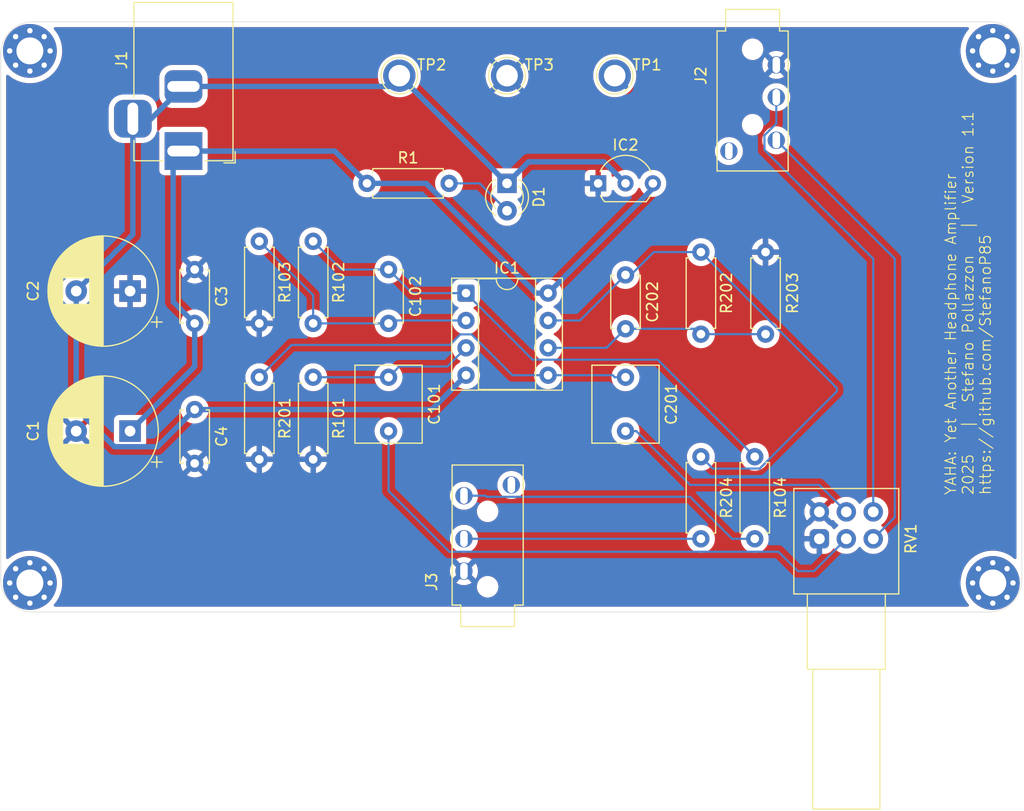
<source format=kicad_pcb>
(kicad_pcb (version 20241229) (generator "pcbnew") (generator_version "9.0")
  (title_block (title "YAHA (Yet Another Headphone Amplifier) by SPollazzon") (date "2025-02-20"))
  (layers (0 "F.Cu" signal) (2 "B.Cu" signal) (13 "F.Paste" user) (15 "B.Paste" user) (5 "F.SilkS" user "F.Silkscreen") (7 "B.SilkS" user "B.Silkscreen") (1 "F.Mask" user) (3 "B.Mask" user) (25 "Edge.Cuts" user))
  (net 0 "")
  (net 1 "GND")
  (net 2 "+VDC")
  (net 3 "-VDC")
  (net 4 "Net-(IC1A-+)")
  (net 5 "Net-(C101-Pad2)")
  (net 6 "Net-(C102-Pad1)")
  (net 7 "Net-(C201-Pad2)")
  (net 8 "Net-(IC1B-+)")
  (net 9 "Net-(C202-Pad1)")
  (net 10 "Net-(D1-A)")
  (net 11 "Net-(IC1B--)")
  (net 12 "Net-(IC1A--)")
  (net 14 "Rout")
  (net 15 "Lout")
  (net 16 "Rin")
  (net 17 "Lin")
  (footprint "MountingHole:MountingHole_2.5mm_Pad_Via" (layer "F.Cu") (at 102.7 152.1)
    (property "Reference" "H4" (hide yes))
    (property "Value" "MountingHole_Pad" (hide yes))
    (pad "1" thru_hole circle (at -1.875 0) (size 0.8 0.8) (drill 0.5) (layers "*.Cu" "*.Mask"))
    (pad "1" thru_hole circle (at -1.325825 -1.325825) (size 0.8 0.8) (drill 0.5) (layers "*.Cu" "*.Mask"))
    (pad "1" thru_hole circle (at -1.325825 1.325825) (size 0.8 0.8) (drill 0.5) (layers "*.Cu" "*.Mask"))
    (pad "1" thru_hole circle (at 0 -1.875) (size 0.8 0.8) (drill 0.5) (layers "*.Cu" "*.Mask"))
    (pad "1" thru_hole circle (at 0 0) (size 5 5) (drill 2.5) (layers "*.Cu" "*.Mask"))
    (pad "1" thru_hole circle (at 0 1.875) (size 0.8 0.8) (drill 0.5) (layers "*.Cu" "*.Mask"))
    (pad "1" thru_hole circle (at 1.325825 -1.325825) (size 0.8 0.8) (drill 0.5) (layers "*.Cu" "*.Mask"))
    (pad "1" thru_hole circle (at 1.325825 1.325825) (size 0.8 0.8) (drill 0.5) (layers "*.Cu" "*.Mask"))
    (pad "1" thru_hole circle (at 1.875 0) (size 0.8 0.8) (drill 0.5) (layers "*.Cu" "*.Mask"))
  )
  (footprint "TestPoint:TestPoint_Plated_Hole_D2.0mm" (layer "F.Cu") (at 137 105)
    (property "Reference" "TP2" (at 3 -1 0) (layer "F.SilkS"))
    (property "Value" "-V")
    (pad "1" thru_hole circle (at 0 0) (size 3 3) (drill 2) (layers "*.Cu" "*.Mask") (net 3 "-VDC"))
  )
  (footprint "Capacitor_THT:C_Disc_D4.7mm_W2.5mm_P5.00mm" (layer "F.Cu") (at 118 136 -90)
    (property "Reference" "C4" (at 2.5 -2.5 90) (layer "F.SilkS"))
    (property "Value" "100n" (hide yes))
    (pad "1" thru_hole circle (at 0 0 270) (size 1.6 1.6) (drill 0.8) (layers "*.Cu" "*.Mask") (net 3 "-VDC"))
    (pad "2" thru_hole circle (at 5 0 270) (size 1.6 1.6) (drill 0.8) (layers "*.Cu" "*.Mask") (net 1 "GND"))
  )
  (footprint "Package_DIP:DIP-8_W7.62mm_Socket" (layer "F.Cu") (at 143.19 125.19)
    (property "Reference" "IC1" (at 3.81 -2.33 0) (layer "F.SilkS"))
    (property "Value" "OPA2134" (hide yes))
    (pad "1" thru_hole roundrect (at 0 0) (size 1.6 1.6) (drill 0.8) (layers "*.Cu" "*.Mask") (roundrect_rratio 0.15625) (net 6 "Net-(C102-Pad1)"))
    (pad "2" thru_hole circle (at 0 2.54) (size 1.6 1.6) (drill 0.8) (layers "*.Cu" "*.Mask") (net 12 "Net-(IC1A--)"))
    (pad "3" thru_hole circle (at 0 5.08) (size 1.6 1.6) (drill 0.8) (layers "*.Cu" "*.Mask") (net 4 "Net-(IC1A-+)"))
    (pad "4" thru_hole circle (at 0 7.62) (size 1.6 1.6) (drill 0.8) (layers "*.Cu" "*.Mask") (net 3 "-VDC"))
    (pad "5" thru_hole circle (at 7.62 7.62) (size 1.6 1.6) (drill 0.8) (layers "*.Cu" "*.Mask") (net 8 "Net-(IC1B-+)"))
    (pad "6" thru_hole circle (at 7.62 5.08) (size 1.6 1.6) (drill 0.8) (layers "*.Cu" "*.Mask") (net 11 "Net-(IC1B--)"))
    (pad "7" thru_hole circle (at 7.62 2.54) (size 1.6 1.6) (drill 0.8) (layers "*.Cu" "*.Mask") (net 9 "Net-(C202-Pad1)"))
    (pad "8" thru_hole circle (at 7.62 0) (size 1.6 1.6) (drill 0.8) (layers "*.Cu" "*.Mask") (net 2 "+VDC"))
  )
  (footprint "Package_TO_SOT_THT:TO-92L_Inline_Wide" (layer "F.Cu") (at 155.46 115)
    (property "Reference" "IC2" (at 2.54 -3.56 0) (layer "F.SilkS"))
    (property "Value" "TLE2426xLP")
    (pad "1" thru_hole rect (at 0 0) (size 1.5 1.5) (drill 0.8) (layers "*.Cu" "*.Mask") (net 1 "GND"))
    (pad "2" thru_hole circle (at 2.54 0) (size 1.5 1.5) (drill 0.8) (layers "*.Cu" "*.Mask") (net 3 "-VDC"))
    (pad "3" thru_hole circle (at 5.08 0) (size 1.5 1.5) (drill 0.8) (layers "*.Cu" "*.Mask") (net 2 "+VDC"))
  )
  (footprint "Capacitor_THT:C_Rect_L7.0mm_W6.0mm_P5.00mm" (layer "F.Cu") (at 158 133 -90)
    (property "Reference" "C201" (at 2.5 -4.25 90) (layer "F.SilkS"))
    (property "Value" "2.2µ" (hide yes))
    (pad "1" thru_hole circle (at 0 0 270) (size 1.6 1.6) (drill 0.8) (layers "*.Cu" "*.Mask") (net 8 "Net-(IC1B-+)"))
    (pad "2" thru_hole circle (at 5 0 270) (size 1.6 1.6) (drill 0.8) (layers "*.Cu" "*.Mask") (net 7 "Net-(C201-Pad2)"))
  )
  (footprint "Resistor_THT:R_Axial_DIN0207_L6.3mm_D2.5mm_P7.62mm_Horizontal" (layer "F.Cu") (at 129 120.38 -90)
    (property "Reference" "R102" (at 3.81 -2.37 90) (layer "F.SilkS"))
    (property "Value" "4K7" (hide yes))
    (pad "1" thru_hole circle (at 0 0 270) (size 1.6 1.6) (drill 0.8) (layers "*.Cu" "*.Mask") (net 6 "Net-(C102-Pad1)"))
    (pad "2" thru_hole oval (at 7.62 0 270) (size 1.6 1.6) (drill 0.8) (layers "*.Cu" "*.Mask") (net 12 "Net-(IC1A--)"))
  )
  (footprint "Capacitor_THT:CP_Radial_D10.0mm_P5.00mm" (layer "F.Cu") (at 112 138 180)
    (property "Reference" "C1" (at 9 0 270) (layer "F.SilkS"))
    (property "Value" "470µ" (hide yes))
    (pad "1" thru_hole rect (at 0 0 180) (size 2 2) (drill 1) (layers "*.Cu" "*.Mask") (net 2 "+VDC"))
    (pad "2" thru_hole circle (at 5 0 180) (size 2 2) (drill 1) (layers "*.Cu" "*.Mask") (net 1 "GND"))
  )
  (footprint "Capacitor_THT:CP_Radial_D10.0mm_P5.00mm" (layer "F.Cu") (at 112 125 180)
    (property "Reference" "C2" (at 9 0 270) (layer "F.SilkS"))
    (property "Value" "470µ" (hide yes))
    (pad "1" thru_hole rect (at 0 0 180) (size 2 2) (drill 1) (layers "*.Cu" "*.Mask") (net 1 "GND"))
    (pad "2" thru_hole circle (at 5 0 180) (size 2 2) (drill 1) (layers "*.Cu" "*.Mask") (net 3 "-VDC"))
  )
  (footprint "Resistor_THT:R_Axial_DIN0207_L6.3mm_D2.5mm_P7.62mm_Horizontal" (layer "F.Cu") (at 129 133 -90)
    (property "Reference" "R101" (at 3.81 -2.37 90) (layer "F.SilkS"))
    (property "Value" "1M" (hide yes))
    (pad "1" thru_hole circle (at 0 0 270) (size 1.6 1.6) (drill 0.8) (layers "*.Cu" "*.Mask") (net 4 "Net-(IC1A-+)"))
    (pad "2" thru_hole oval (at 7.62 0 270) (size 1.6 1.6) (drill 0.8) (layers "*.Cu" "*.Mask") (net 1 "GND"))
  )
  (footprint "MountingHole:MountingHole_2.5mm_Pad_Via" (layer "F.Cu") (at 102.7 102.7)
    (property "Reference" "H1" (hide yes))
    (property "Value" "MountingHole_Pad" (hide yes))
    (pad "1" thru_hole circle (at -1.875 0) (size 0.8 0.8) (drill 0.5) (layers "*.Cu" "*.Mask"))
    (pad "1" thru_hole circle (at -1.325825 -1.325825) (size 0.8 0.8) (drill 0.5) (layers "*.Cu" "*.Mask"))
    (pad "1" thru_hole circle (at -1.325825 1.325825) (size 0.8 0.8) (drill 0.5) (layers "*.Cu" "*.Mask"))
    (pad "1" thru_hole circle (at 0 -1.875) (size 0.8 0.8) (drill 0.5) (layers "*.Cu" "*.Mask"))
    (pad "1" thru_hole circle (at 0 0) (size 5 5) (drill 2.5) (layers "*.Cu" "*.Mask"))
    (pad "1" thru_hole circle (at 0 1.875) (size 0.8 0.8) (drill 0.5) (layers "*.Cu" "*.Mask"))
    (pad "1" thru_hole circle (at 1.325825 -1.325825) (size 0.8 0.8) (drill 0.5) (layers "*.Cu" "*.Mask"))
    (pad "1" thru_hole circle (at 1.325825 1.325825) (size 0.8 0.8) (drill 0.5) (layers "*.Cu" "*.Mask"))
    (pad "1" thru_hole circle (at 1.875 0) (size 0.8 0.8) (drill 0.5) (layers "*.Cu" "*.Mask"))
  )
  (footprint "Connector_BarrelJack:BarrelJack_Horizontal" (layer "F.Cu") (at 116.9575 112 -90)
    (property "Reference" "J1" (at -8.45 5.75 90) (layer "F.SilkS"))
    (property "Value" "DC INPUT 9V-12V")
    (pad "1" thru_hole rect (at 0 0 270) (size 3.5 3.5) (drill oval 1 3) (layers "*.Cu" "*.Mask") (net 2 "+VDC"))
    (pad "2" thru_hole roundrect (at -6 0 270) (size 3 3.5) (drill oval 1 3) (layers "*.Cu" "*.Mask") (net 3 "-VDC"))
    (pad "3" thru_hole roundrect (at -3 4.7 270) (size 3.5 3.5) (drill oval 3 1) (layers "*.Cu" "*.Mask") (net 3 "-VDC"))
  )
  (footprint "Capacitor_THT:C_Disc_D4.7mm_W2.5mm_P5.00mm" (layer "F.Cu") (at 136 123 -90)
    (property "Reference" "C102" (at 2.5 -2.5 90) (layer "F.SilkS"))
    (property "Value" "1n" (hide yes))
    (pad "1" thru_hole circle (at 0 0 270) (size 1.6 1.6) (drill 0.8) (layers "*.Cu" "*.Mask") (net 6 "Net-(C102-Pad1)"))
    (pad "2" thru_hole circle (at 5 0 270) (size 1.6 1.6) (drill 0.8) (layers "*.Cu" "*.Mask") (net 12 "Net-(IC1A--)"))
  )
  (footprint "Resistor_THT:R_Axial_DIN0207_L6.3mm_D2.5mm_P7.62mm_Horizontal" (layer "F.Cu") (at 170 140.38 -90)
    (property "Reference" "R104" (at 3.81 -2.37 90) (layer "F.SilkS"))
    (property "Value" "47" (hide yes))
    (pad "1" thru_hole circle (at 0 0 270) (size 1.6 1.6) (drill 0.8) (layers "*.Cu" "*.Mask") (net 6 "Net-(C102-Pad1)"))
    (pad "2" thru_hole oval (at 7.62 0 270) (size 1.6 1.6) (drill 0.8) (layers "*.Cu" "*.Mask") (net 15 "Lout"))
  )
  (footprint "Resistor_THT:R_Axial_DIN0207_L6.3mm_D2.5mm_P7.62mm_Horizontal" (layer "F.Cu") (at 134 115)
    (property "Reference" "R1" (at 3.81 -2.37 0) (layer "F.SilkS"))
    (property "Value" "4K7" (hide yes))
    (pad "1" thru_hole circle (at 0 0) (size 1.6 1.6) (drill 0.8) (layers "*.Cu" "*.Mask") (net 2 "+VDC"))
    (pad "2" thru_hole oval (at 7.62 0) (size 1.6 1.6) (drill 0.8) (layers "*.Cu" "*.Mask") (net 10 "Net-(D1-A)"))
  )
  (footprint "Capacitor_THT:C_Disc_D4.7mm_W2.5mm_P5.00mm" (layer "F.Cu") (at 158 123.5 -90)
    (property "Reference" "C202" (at 2.5 -2.5 90) (layer "F.SilkS"))
    (property "Value" "1n" (hide yes))
    (pad "1" thru_hole circle (at 0 0 270) (size 1.6 1.6) (drill 0.8) (layers "*.Cu" "*.Mask") (net 9 "Net-(C202-Pad1)"))
    (pad "2" thru_hole circle (at 5 0 270) (size 1.6 1.6) (drill 0.8) (layers "*.Cu" "*.Mask") (net 11 "Net-(IC1B--)"))
  )
  (footprint "TestPoint:TestPoint_Plated_Hole_D2.0mm" (layer "F.Cu") (at 147 105)
    (property "Reference" "TP3" (at 3 -1 0) (layer "F.SilkS"))
    (property "Value" "GND")
    (pad "1" thru_hole circle (at 0 0) (size 3 3) (drill 2) (layers "*.Cu" "*.Mask") (net 1 "GND"))
  )
  (footprint "PJ320A:PJ-320A" (layer "F.Cu") (at 172 98.85 -90)
    (property "Reference" "J2" (at 6.15 7 90) (layer "F.SilkS"))
    (property "Value" "INPUT")
    (pad "" np_thru_hole circle (at 3.7 2.2 270) (size 1.5 1.5) (drill 1.5) (layers "*.Cu"))
    (pad "" np_thru_hole circle (at 10.7 2.2 270) (size 1.5 1.5) (drill 1.5) (layers "*.Cu"))
    (pad "R1" thru_hole circle (at 8.15 0 270) (size 1.6 1.6) (drill oval 1.5 0.7) (layers "*.Cu" "*.Mask") (net 16 "Rin"))
    (pad "R2" thru_hole circle (at 5.15 0 270) (size 1.6 1.6) (drill oval 1.5 0.7) (layers "*.Cu" "*.Mask") (net 1 "GND"))
    (pad "S" thru_hole circle (at 13.15 4.4 270) (size 1.6 1.6) (drill oval 1.5 0.7) (layers "*.Cu" "*.Mask"))
    (pad "T" thru_hole circle (at 12.15 0 270) (size 1.6 1.6) (drill oval 1.5 0.7) (layers "*.Cu" "*.Mask") (net 17 "Lin"))
  )
  (footprint "Capacitor_THT:C_Rect_L7.0mm_W6.0mm_P5.00mm" (layer "F.Cu") (at 136 133 -90)
    (property "Reference" "C101" (at 2.5 -4.25 90) (layer "F.SilkS"))
    (property "Value" "2.2µ" (hide yes))
    (pad "1" thru_hole circle (at 0 0 270) (size 1.6 1.6) (drill 0.8) (layers "*.Cu" "*.Mask") (net 4 "Net-(IC1A-+)"))
    (pad "2" thru_hole circle (at 5 0 270) (size 1.6 1.6) (drill 0.8) (layers "*.Cu" "*.Mask") (net 5 "Net-(C101-Pad2)"))
  )
  (footprint "Resistor_THT:R_Axial_DIN0207_L6.3mm_D2.5mm_P7.62mm_Horizontal" (layer "F.Cu") (at 165 140.38 -90)
    (property "Reference" "R204" (at 3.81 -2.37 90) (layer "F.SilkS"))
    (property "Value" "47" (hide yes))
    (pad "1" thru_hole circle (at 0 0 270) (size 1.6 1.6) (drill 0.8) (layers "*.Cu" "*.Mask") (net 9 "Net-(C202-Pad1)"))
    (pad "2" thru_hole oval (at 7.62 0 270) (size 1.6 1.6) (drill 0.8) (layers "*.Cu" "*.Mask") (net 14 "Rout"))
  )
  (footprint "MountingHole:MountingHole_2.5mm_Pad_Via" (layer "F.Cu") (at 192.1 102.7)
    (property "Reference" "H2" (hide yes))
    (property "Value" "MountingHole_Pad" (hide yes))
    (pad "1" thru_hole circle (at -1.875 0) (size 0.8 0.8) (drill 0.5) (layers "*.Cu" "*.Mask"))
    (pad "1" thru_hole circle (at -1.325825 -1.325825) (size 0.8 0.8) (drill 0.5) (layers "*.Cu" "*.Mask"))
    (pad "1" thru_hole circle (at -1.325825 1.325825) (size 0.8 0.8) (drill 0.5) (layers "*.Cu" "*.Mask"))
    (pad "1" thru_hole circle (at 0 -1.875) (size 0.8 0.8) (drill 0.5) (layers "*.Cu" "*.Mask"))
    (pad "1" thru_hole circle (at 0 0) (size 5 5) (drill 2.5) (layers "*.Cu" "*.Mask"))
    (pad "1" thru_hole circle (at 0 1.875) (size 0.8 0.8) (drill 0.5) (layers "*.Cu" "*.Mask"))
    (pad "1" thru_hole circle (at 1.325825 -1.325825) (size 0.8 0.8) (drill 0.5) (layers "*.Cu" "*.Mask"))
    (pad "1" thru_hole circle (at 1.325825 1.325825) (size 0.8 0.8) (drill 0.5) (layers "*.Cu" "*.Mask"))
    (pad "1" thru_hole circle (at 1.875 0) (size 0.8 0.8) (drill 0.5) (layers "*.Cu" "*.Mask"))
  )
  (footprint "Resistor_THT:R_Axial_DIN0207_L6.3mm_D2.5mm_P7.62mm_Horizontal" (layer "F.Cu") (at 165 121.38 -90)
    (property "Reference" "R202" (at 3.81 -2.37 90) (layer "F.SilkS"))
    (property "Value" "4K7" (hide yes))
    (pad "1" thru_hole circle (at 0 0 270) (size 1.6 1.6) (drill 0.8) (layers "*.Cu" "*.Mask") (net 9 "Net-(C202-Pad1)"))
    (pad "2" thru_hole oval (at 7.62 0 270) (size 1.6 1.6) (drill 0.8) (layers "*.Cu" "*.Mask") (net 11 "Net-(IC1B--)"))
  )
  (footprint "TestPoint:TestPoint_Plated_Hole_D2.0mm" (layer "F.Cu") (at 157 105)
    (property "Reference" "TP1" (at 3 -1 0) (layer "F.SilkS"))
    (property "Value" "+V")
    (pad "1" thru_hole circle (at 0 0) (size 3 3) (drill 2) (layers "*.Cu" "*.Mask") (net 2 "+VDC"))
  )
  (footprint "Resistor_THT:R_Axial_DIN0207_L6.3mm_D2.5mm_P7.62mm_Horizontal" (layer "F.Cu") (at 171 129 90)
    (property "Reference" "R203" (at 3.81 2.5 90) (layer "F.SilkS"))
    (property "Value" "1K" (hide yes))
    (pad "1" thru_hole circle (at 0 0 90) (size 1.6 1.6) (drill 0.8) (layers "*.Cu" "*.Mask") (net 11 "Net-(IC1B--)"))
    (pad "2" thru_hole oval (at 7.62 0 90) (size 1.6 1.6) (drill 0.8) (layers "*.Cu" "*.Mask") (net 1 "GND"))
  )
  (footprint "Potentiometer_THT:Potentiometer_Alps_RK097_Dual_Horizontal" (layer "F.Cu") (at 176 148 90)
    (property "Reference" "RV1" (at 0 8.5 90) (layer "F.SilkS"))
    (property "Value" "50K")
    (pad "1" thru_hole roundrect (at 0 0 270) (size 1.8 1.8) (drill 1) (layers "*.Cu" "*.Mask") (net 1 "GND"))
    (pad "2" thru_hole circle (at 0 2.5 270) (size 1.8 1.8) (drill 1) (layers "*.Cu" "*.Mask") (net 5 "Net-(C101-Pad2)"))
    (pad "3" thru_hole circle (at 0 5 270) (size 1.8 1.8) (drill 1) (layers "*.Cu" "*.Mask") (net 17 "Lin"))
    (pad "4" thru_hole circle (at 2.5 0 270) (size 1.8 1.8) (drill 1) (layers "*.Cu" "*.Mask") (net 1 "GND"))
    (pad "5" thru_hole circle (at 2.5 2.5 270) (size 1.8 1.8) (drill 1) (layers "*.Cu" "*.Mask") (net 7 "Net-(C201-Pad2)"))
    (pad "6" thru_hole circle (at 2.5 5 270) (size 1.8 1.8) (drill 1) (layers "*.Cu" "*.Mask") (net 16 "Rin"))
  )
  (footprint "Capacitor_THT:C_Disc_D4.7mm_W2.5mm_P5.00mm" (layer "F.Cu") (at 118 123 -90)
    (property "Reference" "C3" (at 2.5 -2.5 90) (layer "F.SilkS"))
    (property "Value" "100n" (hide yes))
    (pad "1" thru_hole circle (at 0 0 270) (size 1.6 1.6) (drill 0.8) (layers "*.Cu" "*.Mask") (net 1 "GND"))
    (pad "2" thru_hole circle (at 5 0 270) (size 1.6 1.6) (drill 0.8) (layers "*.Cu" "*.Mask") (net 2 "+VDC"))
  )
  (footprint "Resistor_THT:R_Axial_DIN0207_L6.3mm_D2.5mm_P7.62mm_Horizontal" (layer "F.Cu") (at 124 133 -90)
    (property "Reference" "R201" (at 3.81 -2.37 90) (layer "F.SilkS"))
    (property "Value" "1M" (hide yes))
    (pad "1" thru_hole circle (at 0 0 270) (size 1.6 1.6) (drill 0.8) (layers "*.Cu" "*.Mask") (net 8 "Net-(IC1B-+)"))
    (pad "2" thru_hole oval (at 7.62 0 270) (size 1.6 1.6) (drill 0.8) (layers "*.Cu" "*.Mask") (net 1 "GND"))
  )
  (footprint "Resistor_THT:R_Axial_DIN0207_L6.3mm_D2.5mm_P7.62mm_Horizontal" (layer "F.Cu") (at 124 120.38 -90)
    (property "Reference" "R103" (at 3.81 -2.37 90) (layer "F.SilkS"))
    (property "Value" "1K" (hide yes))
    (pad "1" thru_hole circle (at 0 0 270) (size 1.6 1.6) (drill 0.8) (layers "*.Cu" "*.Mask") (net 12 "Net-(IC1A--)"))
    (pad "2" thru_hole oval (at 7.62 0 270) (size 1.6 1.6) (drill 0.8) (layers "*.Cu" "*.Mask") (net 1 "GND"))
  )
  (footprint "PJ320A:PJ-320A" (layer "F.Cu") (at 143 156.15 90)
    (property "Reference" "J3" (at 4.15 -3 90) (layer "F.SilkS"))
    (property "Value" "OUTPUT")
    (pad "" np_thru_hole circle (at 3.7 2.2 90) (size 1.5 1.5) (drill 1.5) (layers "*.Cu"))
    (pad "" np_thru_hole circle (at 10.7 2.2 90) (size 1.5 1.5) (drill 1.5) (layers "*.Cu"))
    (pad "R1" thru_hole circle (at 8.15 0 90) (size 1.6 1.6) (drill oval 1.5 0.7) (layers "*.Cu" "*.Mask") (net 14 "Rout"))
    (pad "R2" thru_hole circle (at 5.15 0 90) (size 1.6 1.6) (drill oval 1.5 0.7) (layers "*.Cu" "*.Mask") (net 1 "GND"))
    (pad "S" thru_hole circle (at 13.15 4.4 90) (size 1.6 1.6) (drill oval 1.5 0.7) (layers "*.Cu" "*.Mask"))
    (pad "T" thru_hole circle (at 12.15 0 90) (size 1.6 1.6) (drill oval 1.5 0.7) (layers "*.Cu" "*.Mask") (net 15 "Lout"))
  )
  (footprint "MountingHole:MountingHole_2.5mm_Pad_Via" (layer "F.Cu") (at 192.1 152.1)
    (property "Reference" "H3" (hide yes))
    (property "Value" "MountingHole_Pad" (hide yes))
    (pad "1" thru_hole circle (at -1.875 0) (size 0.8 0.8) (drill 0.5) (layers "*.Cu" "*.Mask"))
    (pad "1" thru_hole circle (at -1.325825 -1.325825) (size 0.8 0.8) (drill 0.5) (layers "*.Cu" "*.Mask"))
    (pad "1" thru_hole circle (at -1.325825 1.325825) (size 0.8 0.8) (drill 0.5) (layers "*.Cu" "*.Mask"))
    (pad "1" thru_hole circle (at 0 -1.875) (size 0.8 0.8) (drill 0.5) (layers "*.Cu" "*.Mask"))
    (pad "1" thru_hole circle (at 0 0) (size 5 5) (drill 2.5) (layers "*.Cu" "*.Mask"))
    (pad "1" thru_hole circle (at 0 1.875) (size 0.8 0.8) (drill 0.5) (layers "*.Cu" "*.Mask"))
    (pad "1" thru_hole circle (at 1.325825 -1.325825) (size 0.8 0.8) (drill 0.5) (layers "*.Cu" "*.Mask"))
    (pad "1" thru_hole circle (at 1.325825 1.325825) (size 0.8 0.8) (drill 0.5) (layers "*.Cu" "*.Mask"))
    (pad "1" thru_hole circle (at 1.875 0) (size 0.8 0.8) (drill 0.5) (layers "*.Cu" "*.Mask"))
  )
  (footprint "LED_THT:LED_D3.0mm" (layer "F.Cu") (at 147 115 -90)
    (property "Reference" "D1" (at 1.27 -2.96 90) (layer "F.SilkS"))
    (property "Value" "LED")
    (pad "1" thru_hole rect (at 0 0 270) (size 1.8 1.8) (drill 0.9) (layers "*.Cu" "*.Mask") (net 3 "-VDC"))
    (pad "2" thru_hole circle (at 2.54 0 270) (size 1.8 1.8) (drill 0.9) (layers "*.Cu" "*.Mask") (net 10 "Net-(D1-A)"))
  )
  (gr_arc (start 194.8 151.8) (mid 193.92132 153.92132) (end 191.8 154.8) (stroke (width 0.05)) (layer "Edge.Cuts"))
  (gr_arc (start 191.8 100) (mid 193.92132 100.87868) (end 194.8 103) (stroke (width 0.05)) (layer "Edge.Cuts"))
  (gr_arc (start 103 154.8) (mid 100.878679 153.921321) (end 100 151.8) (stroke (width 0.05)) (layer "Edge.Cuts"))
  (gr_line (start 191.8 154.8) (end 103 154.8) (stroke (width 0.05)) (layer "Edge.Cuts"))
  (gr_arc (start 100 103) (mid 100.87868 100.87868) (end 103 100) (stroke (width 0.05)) (layer "Edge.Cuts"))
  (gr_line (start 103 100) (end 191.8 100) (stroke (width 0.05)) (layer "Edge.Cuts"))
  (gr_line (start 100 151.8) (end 100 103) (stroke (width 0.05)) (layer "Edge.Cuts"))
  (gr_line (start 194.8 103) (end 194.8 151.8) (stroke (width 0.05)) (layer "Edge.Cuts"))
  (gr_text "YAHA: Yet Another Headphone Amplifier\n2025   |  Stefano Pollazzon   |  Version 1.1\nhttps://github.com/StefanoP85" (at 192 144 90) (layer "F.SilkS") (effects (font (size 1 1) (thickness 0.1)) (justify left bottom)))
  (segment (start 149.67863 125.19) (end 139.48863 115) (width 0.5) (layer "B.Cu") (net 2))
  (segment (start 158 106) (end 157 105) (width 0.5) (layer "B.Cu") (net 2))
  (segment (start 160.54 115.46) (end 160.54 115) (width 0.5) (layer "B.Cu") (net 2))
  (segment (start 131 112) (end 134 115) (width 0.5) (layer "B.Cu") (net 2))
  (segment (start 150.81 125.19) (end 160.54 115.46) (width 0.5) (layer "B.Cu") (net 2))
  (segment (start 116 112.9575) (end 116 126) (width 0.5) (layer "B.Cu") (net 2))
  (segment (start 150.81 125.19) (end 149.67863 125.19) (width 0.5) (layer "B.Cu") (net 2))
  (segment (start 139.48863 115) (end 134 115) (width 0.5) (layer "B.Cu") (net 2))
  (segment (start 118 132) (end 112 138) (width 0.5) (layer "B.Cu") (net 2))
  (segment (start 116 126) (end 118 128) (width 0.5) (layer "B.Cu") (net 2))
  (segment (start 116.9575 112) (end 131 112) (width 0.5) (layer "B.Cu") (net 2))
  (segment (start 116.9575 112) (end 116 112.9575) (width 0.5) (layer "B.Cu") (net 2))
  (segment (start 118 128) (end 118 132) (width 0.5) (layer "B.Cu") (net 2))
  (segment (start 147 115) (end 137 105) (width 0.5) (layer "B.Cu") (net 3))
  (segment (start 147 115) (end 149 113) (width 0.5) (layer "B.Cu") (net 3))
  (segment (start 113.9575 109) (end 116.9575 106) (width 0.5) (layer "B.Cu") (net 3))
  (segment (start 110.549 139.451) (end 114.549 139.451) (width 0.5) (layer "B.Cu") (net 3))
  (segment (start 107 135.902) (end 110.549 139.451) (width 0.5) (layer "B.Cu") (net 3))
  (segment (start 156 113) (end 158 115) (width 0.5) (layer "B.Cu") (net 3))
  (segment (start 140 136) (end 143.19 132.81) (width 0.5) (layer "B.Cu") (net 3))
  (segment (start 114.549 139.451) (end 118 136) (width 0.5) (layer "B.Cu") (net 3))
  (segment (start 149 113) (end 156 113) (width 0.5) (layer "B.Cu") (net 3))
  (segment (start 107 125) (end 107 135.902) (width 0.5) (layer "B.Cu") (net 3))
  (segment (start 112.2575 119.7425) (end 112.2575 109) (width 0.5) (layer "B.Cu") (net 3))
  (segment (start 118 136) (end 140 136) (width 0.5) (layer "B.Cu") (net 3))
  (segment (start 136 106) (end 137 105) (width 0.5) (layer "B.Cu") (net 3))
  (segment (start 112.2575 109) (end 113.9575 109) (width 0.5) (layer "B.Cu") (net 3))
  (segment (start 107 125) (end 112.2575 119.7425) (width 0.5) (layer "B.Cu") (net 3))
  (segment (start 116.9575 106) (end 136 106) (width 0.5) (layer "B.Cu") (net 3))
  (segment (start 129 133) (end 136 133) (width 0.2) (layer "B.Cu") (net 4))
  (segment (start 143.19 130.27) (end 141.46 132) (width 0.2) (layer "B.Cu") (net 4))
  (segment (start 137 132) (end 136 133) (width 0.2) (layer "B.Cu") (net 4))
  (segment (start 141.46 132) (end 137 132) (width 0.2) (layer "B.Cu") (net 4))
  (segment (start 174 151) (end 175.5 151) (width 0.2) (layer "B.Cu") (net 5))
  (segment (start 141.64395 149.201) (end 172.201 149.201) (width 0.2) (layer "B.Cu") (net 5))
  (segment (start 172.201 149.201) (end 174 151) (width 0.2) (layer "B.Cu") (net 5))
  (segment (start 136 138) (end 136 143.55705) (width 0.2) (layer "B.Cu") (net 5))
  (segment (start 175.5 151) (end 178.5 148) (width 0.2) (layer "B.Cu") (net 5))
  (segment (start 136 143.55705) (end 141.64395 149.201) (width 0.2) (layer "B.Cu") (net 5))
  (segment (start 143.19 125.19) (end 138.19 125.19) (width 0.2) (layer "B.Cu") (net 6))
  (segment (start 149.371 131.371) (end 143.19 125.19) (width 0.2) (layer "B.Cu") (net 6))
  (segment (start 170 140.38) (end 160.991 131.371) (width 0.2) (layer "B.Cu") (net 6))
  (segment (start 138.19 125.19) (end 136 123) (width 0.2) (layer "B.Cu") (net 6))
  (segment (start 131.62 123) (end 129 120.38) (width 0.2) (layer "B.Cu") (net 6))
  (segment (start 160.991 131.371) (end 149.371 131.371) (width 0.2) (layer "B.Cu") (net 6))
  (segment (start 136 123) (end 131.62 123) (width 0.2) (layer "B.Cu") (net 6))
  (segment (start 159 138) (end 164 143) (width 0.2) (layer "B.Cu") (net 7))
  (segment (start 176 143) (end 178.5 145.5) (width 0.2) (layer "B.Cu") (net 7))
  (segment (start 164 143) (end 176 143) (width 0.2) (layer "B.Cu") (net 7))
  (segment (start 158 138) (end 159 138) (width 0.2) (layer "B.Cu") (net 7))
  (segment (start 158 133) (end 157 133) (width 0.2) (layer "B.Cu") (net 8))
  (segment (start 127 130) (end 124 133) (width 0.2) (layer "B.Cu") (net 8))
  (segment (start 156.81 132.81) (end 150.81 132.81) (width 0.2) (layer "B.Cu") (net 8))
  (segment (start 141.690818 130) (end 127 130) (width 0.2) (layer "B.Cu") (net 8))
  (segment (start 157 133) (end 156.81 132.81) (width 0.2) (layer "B.Cu") (net 8))
  (segment (start 150.81 132.81) (end 147.499182 132.81) (width 0.2) (layer "B.Cu") (net 8))
  (segment (start 142.671818 129.019) (end 141.690818 130) (width 0.2) (layer "B.Cu") (net 8))
  (segment (start 150.81 132.81) (end 150.43 133.19) (width 0.2) (layer "B.Cu") (net 8))
  (segment (start 143.708182 129.019) (end 142.671818 129.019) (width 0.2) (layer "B.Cu") (net 8))
  (segment (start 147.499182 132.81) (end 143.708182 129.019) (width 0.2) (layer "B.Cu") (net 8))
  (segment (start 153.77 127.73) (end 158 123.5) (width 0.2) (layer "B.Cu") (net 9))
  (segment (start 166.101 141.481) (end 165 140.38) (width 0.2) (layer "B.Cu") (net 9))
  (segment (start 150.81 127.73) (end 153.77 127.73) (width 0.2) (layer "B.Cu") (net 9))
  (segment (start 165 121.38) (end 177.62 134) (width 0.2) (layer "B.Cu") (net 9))
  (segment (start 170.45605 141.481) (end 166.101 141.481) (width 0.2) (layer "B.Cu") (net 9))
  (segment (start 158.5 123.5) (end 160.62 121.38) (width 0.2) (layer "B.Cu") (net 9))
  (segment (start 177.62 134.31705) (end 170.45605 141.481) (width 0.2) (layer "B.Cu") (net 9))
  (segment (start 160.62 121.38) (end 165 121.38) (width 0.2) (layer "B.Cu") (net 9))
  (segment (start 158 123.5) (end 158.5 123.5) (width 0.2) (layer "B.Cu") (net 9))
  (segment (start 177.62 134) (end 177.62 134.31705) (width 0.2) (layer "B.Cu") (net 9))
  (segment (start 144.46 115) (end 147 117.54) (width 0.2) (layer "B.Cu") (net 10))
  (segment (start 141.62 115) (end 144.46 115) (width 0.2) (layer "B.Cu") (net 10))
  (segment (start 165 129) (end 171 129) (width 0.2) (layer "B.Cu") (net 11))
  (segment (start 150.81 130.27) (end 156.23 130.27) (width 0.2) (layer "B.Cu") (net 11))
  (segment (start 156.23 130.27) (end 158 128.5) (width 0.2) (layer "B.Cu") (net 11))
  (segment (start 158 128.5) (end 164.5 128.5) (width 0.2) (layer "B.Cu") (net 11))
  (segment (start 164.5 128.5) (end 165 129) (width 0.2) (layer "B.Cu") (net 11))
  (segment (start 129 128) (end 129 125.38) (width 0.2) (layer "B.Cu") (net 12))
  (segment (start 129 125.38) (end 124 120.38) (width 0.2) (layer "B.Cu") (net 12))
  (segment (start 136 128) (end 129 128) (width 0.2) (layer "B.Cu") (net 12))
  (segment (start 136.27 127.73) (end 136 128) (width 0.2) (layer "B.Cu") (net 12))
  (segment (start 143.19 127.73) (end 136.27 127.73) (width 0.2) (layer "B.Cu") (net 12))
  (segment (start 165 148) (end 143 148) (width 0.2) (layer "B.Cu") (net 14))
  (segment (start 167.899 148) (end 170 148) (width 0.2) (layer "B.Cu") (net 15))
  (segment (start 164 144.101) (end 167.899 148) (width 0.2) (layer "B.Cu") (net 15))
  (segment (start 145 144) (end 145.101 144.101) (width 0.2) (layer "B.Cu") (net 15))
  (segment (start 145 144) (end 143 144) (width 0.2) (layer "B.Cu") (net 15))
  (segment (start 145.101 144.101) (end 164 144.101) (width 0.2) (layer "B.Cu") (net 15))
  (segment (start 170.899 110.54395) (end 170.899 111.899) (width 0.2) (layer "B.Cu") (net 16))
  (segment (start 181 122) (end 181 145.5) (width 0.2) (layer "B.Cu") (net 16))
  (segment (start 172 107) (end 172 109.44295) (width 0.2) (layer "B.Cu") (net 16))
  (segment (start 172 109.44295) (end 170.899 110.54395) (width 0.2) (layer "B.Cu") (net 16))
  (segment (start 170.899 111.899) (end 181 122) (width 0.2) (layer "B.Cu") (net 16))
  (segment (start 183 146) (end 181 148) (width 0.2) (layer "B.Cu") (net 17))
  (segment (start 183 122) (end 183 146) (width 0.2) (layer "B.Cu") (net 17))
  (segment (start 172 111) (end 183 122) (width 0.2) (layer "B.Cu") (net 17))
  (zone (net 1) (net_name "GND") (layer "F.Cu") (name "GND") (connect_pads (clearance 0.5)) (min_thickness 0.25) (fill yes (thermal_gap 0.5) (thermal_bridge_width 0.5))
    (polygon (pts (xy 100 100) (xy 195 100) (xy 195 155) (xy 100 155)))
  )
  (zone (net 1) (net_name "GND") (layer "B.Cu") (name "GND") (priority 1) (connect_pads (clearance 0.5)) (min_thickness 0.25) (fill yes (thermal_gap 0.5) (thermal_bridge_width 0.5))
    (polygon (pts (xy 100 100) (xy 195 100) (xy 195 155) (xy 100 155)))
  )
)
</source>
